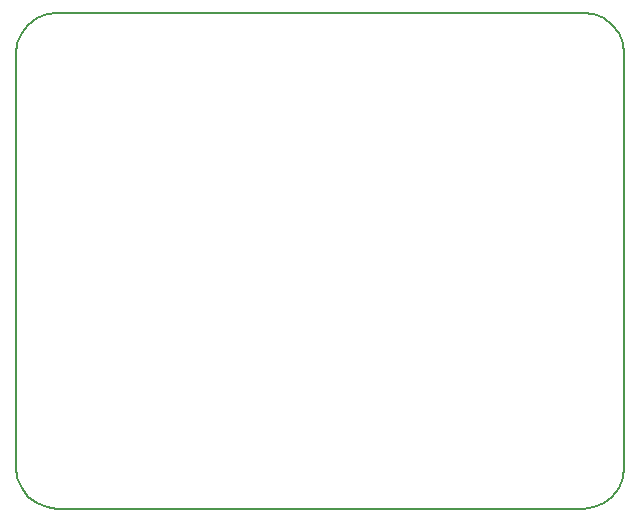
<source format=gbr>
G04 DipTrace 3.3.1.1*
G04 BoardOutline.gbr*
%MOIN*%
G04 #@! TF.FileFunction,Profile*
G04 #@! TF.Part,Single*
%ADD11C,0.005512*%
%FSLAX26Y26*%
G04*
G70*
G90*
G75*
G01*
G04 BoardOutline*
%LPD*%
X531496Y393702D2*
D11*
X2283465D1*
X2319129Y398398D1*
X2352362Y412164D1*
X2380900Y434062D1*
X2402798Y462600D1*
X2416564Y495832D1*
X2421261Y531496D1*
X2421260Y1909450D1*
X2416564Y1945114D1*
X2402799Y1978346D1*
X2380900Y2006886D1*
X2352362Y2028783D1*
X2319130Y2042549D1*
X2283466Y2047244D1*
X531496Y2047245D1*
X495832Y2042550D1*
X462598Y2028783D1*
X434060Y2006886D1*
X412163Y1978346D1*
X398396Y1945113D1*
X393702Y1909449D1*
X393701Y531497D1*
X398396Y495833D1*
X412163Y462600D1*
X434062Y434062D1*
X462600Y412163D1*
X495833Y398396D1*
X531497Y393701D1*
X531496Y393702D1*
M02*

</source>
